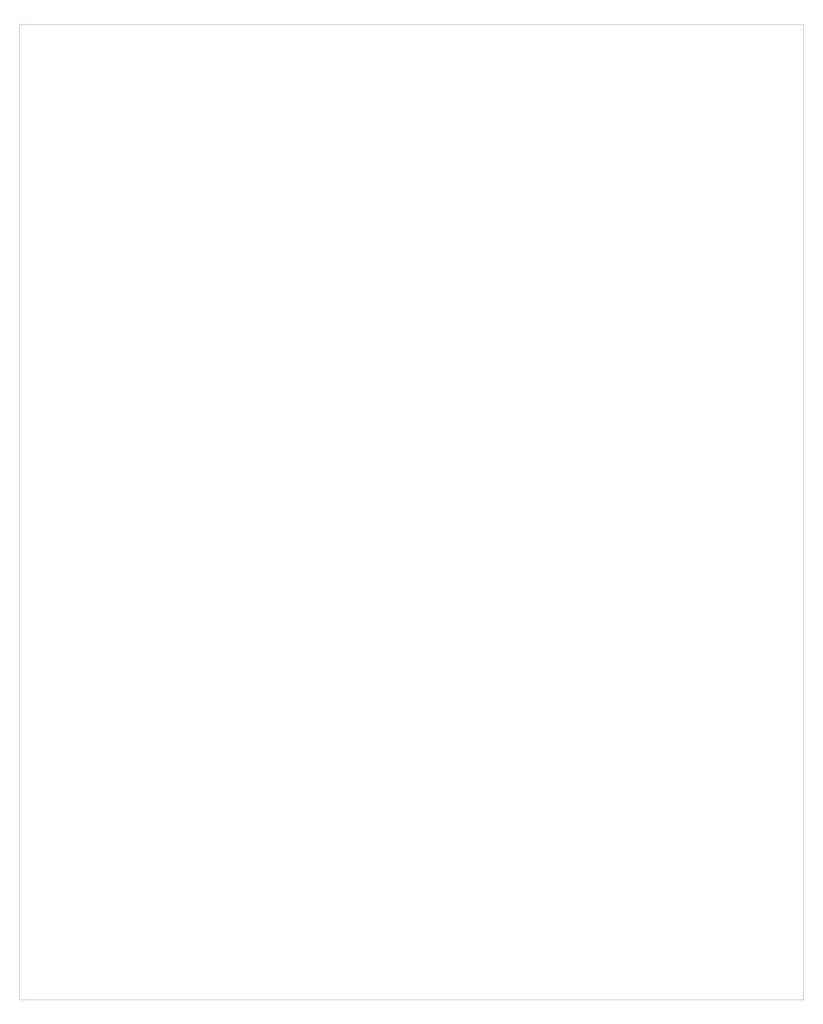
<source format=gbr>
%FSLAX34Y34*%
%MOMM*%
%LNOUTLINE*%
G71*
G01*
%ADD10C,0.002*%
%LPD*%
G54D10*
X-1447800Y114300D02*
X932200Y114300D01*
X932200Y-2845700D01*
X-1447800Y-2845700D01*
X-1447800Y114300D01*
M02*

</source>
